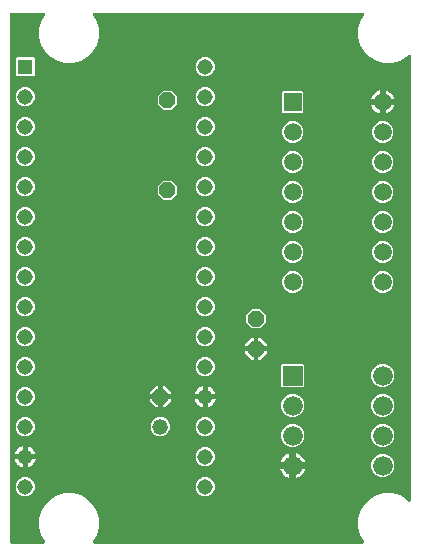
<source format=gbr>
G04 EAGLE Gerber X2 export*
G75*
%MOMM*%
%FSLAX34Y34*%
%LPD*%
%AMOC8*
5,1,8,0,0,1.08239X$1,22.5*%
G01*
%ADD10P,1.429621X8X112.500000*%
%ADD11C,1.320800*%
%ADD12P,1.429621X8X292.500000*%
%ADD13R,1.498600X1.498600*%
%ADD14C,1.498600*%
%ADD15R,1.676400X1.676400*%
%ADD16C,1.676400*%
%ADD17R,1.308000X1.308000*%
%ADD18C,1.308000*%

G36*
X38658Y10169D02*
X38658Y10169D01*
X38733Y10168D01*
X38830Y10189D01*
X38929Y10201D01*
X39000Y10226D01*
X39074Y10242D01*
X39163Y10285D01*
X39257Y10318D01*
X39321Y10359D01*
X39389Y10392D01*
X39466Y10453D01*
X39550Y10507D01*
X39602Y10562D01*
X39661Y10609D01*
X39723Y10686D01*
X39792Y10758D01*
X39831Y10823D01*
X39878Y10882D01*
X39920Y10972D01*
X39971Y11057D01*
X39994Y11129D01*
X40026Y11198D01*
X40047Y11295D01*
X40077Y11389D01*
X40083Y11464D01*
X40099Y11538D01*
X40097Y11638D01*
X40105Y11736D01*
X40094Y11811D01*
X40092Y11887D01*
X40068Y11983D01*
X40053Y12081D01*
X40025Y12151D01*
X40007Y12225D01*
X39942Y12361D01*
X39924Y12405D01*
X39914Y12420D01*
X39902Y12446D01*
X36794Y17828D01*
X35079Y24228D01*
X35079Y30852D01*
X36794Y37252D01*
X40106Y42989D01*
X44791Y47674D01*
X50528Y50986D01*
X56928Y52701D01*
X63552Y52701D01*
X69952Y50986D01*
X75689Y47674D01*
X80374Y42989D01*
X83686Y37252D01*
X85401Y30852D01*
X85401Y24228D01*
X83686Y17828D01*
X80578Y12446D01*
X80548Y12376D01*
X80509Y12311D01*
X80479Y12217D01*
X80440Y12126D01*
X80426Y12051D01*
X80403Y11979D01*
X80395Y11880D01*
X80377Y11783D01*
X80381Y11707D01*
X80375Y11632D01*
X80390Y11534D01*
X80395Y11435D01*
X80416Y11362D01*
X80427Y11287D01*
X80463Y11195D01*
X80491Y11100D01*
X80528Y11034D01*
X80556Y10963D01*
X80612Y10882D01*
X80660Y10795D01*
X80711Y10739D01*
X80755Y10677D01*
X80828Y10611D01*
X80895Y10537D01*
X80957Y10494D01*
X81013Y10444D01*
X81100Y10396D01*
X81182Y10339D01*
X81252Y10312D01*
X81318Y10275D01*
X81414Y10248D01*
X81506Y10212D01*
X81581Y10201D01*
X81654Y10180D01*
X81804Y10168D01*
X81851Y10161D01*
X81869Y10163D01*
X81898Y10161D01*
X308582Y10161D01*
X308658Y10169D01*
X308733Y10168D01*
X308830Y10189D01*
X308929Y10201D01*
X309000Y10226D01*
X309074Y10242D01*
X309163Y10285D01*
X309257Y10318D01*
X309321Y10359D01*
X309389Y10392D01*
X309466Y10453D01*
X309550Y10507D01*
X309602Y10562D01*
X309661Y10609D01*
X309723Y10686D01*
X309792Y10758D01*
X309831Y10823D01*
X309878Y10882D01*
X309920Y10972D01*
X309971Y11057D01*
X309994Y11129D01*
X310026Y11198D01*
X310047Y11295D01*
X310077Y11389D01*
X310083Y11464D01*
X310099Y11538D01*
X310097Y11638D01*
X310105Y11736D01*
X310094Y11811D01*
X310092Y11887D01*
X310068Y11983D01*
X310053Y12081D01*
X310025Y12151D01*
X310007Y12225D01*
X309942Y12361D01*
X309924Y12405D01*
X309914Y12420D01*
X309902Y12446D01*
X306794Y17828D01*
X305079Y24228D01*
X305079Y30852D01*
X306794Y37252D01*
X310106Y42989D01*
X314791Y47674D01*
X320528Y50986D01*
X326928Y52701D01*
X333552Y52701D01*
X339952Y50986D01*
X345689Y47674D01*
X347239Y46124D01*
X347318Y46061D01*
X347390Y45992D01*
X347454Y45953D01*
X347512Y45907D01*
X347603Y45864D01*
X347689Y45813D01*
X347760Y45790D01*
X347827Y45758D01*
X347925Y45737D01*
X348021Y45706D01*
X348095Y45700D01*
X348168Y45685D01*
X348268Y45687D01*
X348368Y45678D01*
X348442Y45690D01*
X348516Y45691D01*
X348613Y45715D01*
X348713Y45730D01*
X348782Y45758D01*
X348854Y45776D01*
X348943Y45822D01*
X349037Y45859D01*
X349098Y45901D01*
X349164Y45935D01*
X349240Y46001D01*
X349323Y46058D01*
X349373Y46113D01*
X349429Y46161D01*
X349489Y46242D01*
X349556Y46317D01*
X349592Y46382D01*
X349637Y46442D01*
X349676Y46534D01*
X349725Y46622D01*
X349745Y46693D01*
X349775Y46762D01*
X349792Y46860D01*
X349820Y46957D01*
X349828Y47057D01*
X349836Y47105D01*
X349834Y47140D01*
X349839Y47201D01*
X349839Y422799D01*
X349828Y422899D01*
X349826Y422999D01*
X349808Y423072D01*
X349799Y423145D01*
X349766Y423240D01*
X349741Y423337D01*
X349707Y423403D01*
X349682Y423473D01*
X349627Y423558D01*
X349581Y423647D01*
X349533Y423704D01*
X349493Y423766D01*
X349421Y423836D01*
X349356Y423913D01*
X349296Y423957D01*
X349242Y424008D01*
X349156Y424060D01*
X349075Y424120D01*
X349007Y424149D01*
X348943Y424187D01*
X348847Y424218D01*
X348755Y424258D01*
X348682Y424271D01*
X348611Y424294D01*
X348511Y424302D01*
X348412Y424319D01*
X348338Y424316D01*
X348264Y424322D01*
X348164Y424307D01*
X348064Y424301D01*
X347993Y424281D01*
X347919Y424270D01*
X347826Y424233D01*
X347729Y424205D01*
X347664Y424169D01*
X347595Y424141D01*
X347513Y424084D01*
X347425Y424035D01*
X347349Y423970D01*
X347309Y423942D01*
X347285Y423916D01*
X347239Y423876D01*
X345689Y422326D01*
X339952Y419014D01*
X333552Y417299D01*
X326928Y417299D01*
X320528Y419014D01*
X314791Y422326D01*
X310106Y427011D01*
X306794Y432748D01*
X305079Y439148D01*
X305079Y445772D01*
X306794Y452172D01*
X309902Y457554D01*
X309932Y457624D01*
X309971Y457689D01*
X310001Y457783D01*
X310040Y457874D01*
X310054Y457949D01*
X310077Y458021D01*
X310085Y458120D01*
X310103Y458217D01*
X310099Y458293D01*
X310105Y458368D01*
X310090Y458466D01*
X310085Y458565D01*
X310064Y458638D01*
X310053Y458713D01*
X310017Y458805D01*
X309989Y458900D01*
X309952Y458966D01*
X309924Y459037D01*
X309868Y459118D01*
X309820Y459205D01*
X309769Y459261D01*
X309725Y459323D01*
X309652Y459389D01*
X309585Y459463D01*
X309523Y459506D01*
X309467Y459556D01*
X309380Y459604D01*
X309298Y459661D01*
X309228Y459688D01*
X309162Y459725D01*
X309066Y459752D01*
X308974Y459788D01*
X308899Y459799D01*
X308826Y459820D01*
X308676Y459832D01*
X308629Y459839D01*
X308611Y459837D01*
X308582Y459839D01*
X81898Y459839D01*
X81822Y459831D01*
X81747Y459832D01*
X81650Y459811D01*
X81551Y459799D01*
X81480Y459774D01*
X81406Y459758D01*
X81317Y459715D01*
X81223Y459682D01*
X81159Y459641D01*
X81091Y459608D01*
X81014Y459547D01*
X80930Y459493D01*
X80878Y459438D01*
X80819Y459391D01*
X80757Y459314D01*
X80688Y459242D01*
X80649Y459177D01*
X80602Y459118D01*
X80560Y459028D01*
X80509Y458943D01*
X80486Y458871D01*
X80454Y458802D01*
X80433Y458705D01*
X80403Y458611D01*
X80397Y458536D01*
X80381Y458462D01*
X80383Y458362D01*
X80375Y458264D01*
X80386Y458189D01*
X80388Y458113D01*
X80412Y458017D01*
X80427Y457919D01*
X80455Y457849D01*
X80473Y457775D01*
X80538Y457639D01*
X80556Y457595D01*
X80566Y457580D01*
X80578Y457554D01*
X83686Y452172D01*
X85401Y445772D01*
X85401Y439148D01*
X83686Y432748D01*
X80374Y427011D01*
X75689Y422326D01*
X69952Y419014D01*
X63552Y417299D01*
X56928Y417299D01*
X50528Y419014D01*
X44791Y422326D01*
X40106Y427011D01*
X36794Y432748D01*
X35079Y439148D01*
X35079Y445772D01*
X36794Y452172D01*
X39902Y457554D01*
X39932Y457624D01*
X39971Y457689D01*
X40001Y457783D01*
X40040Y457874D01*
X40054Y457949D01*
X40077Y458021D01*
X40085Y458120D01*
X40103Y458217D01*
X40099Y458293D01*
X40105Y458368D01*
X40090Y458466D01*
X40085Y458565D01*
X40064Y458638D01*
X40053Y458713D01*
X40017Y458805D01*
X39989Y458900D01*
X39952Y458966D01*
X39924Y459037D01*
X39868Y459118D01*
X39820Y459205D01*
X39769Y459261D01*
X39725Y459323D01*
X39652Y459389D01*
X39585Y459463D01*
X39523Y459506D01*
X39467Y459556D01*
X39380Y459604D01*
X39298Y459661D01*
X39228Y459688D01*
X39162Y459725D01*
X39066Y459752D01*
X38974Y459788D01*
X38899Y459799D01*
X38826Y459820D01*
X38676Y459832D01*
X38629Y459839D01*
X38611Y459837D01*
X38582Y459839D01*
X11684Y459839D01*
X11658Y459836D01*
X11632Y459838D01*
X11485Y459816D01*
X11338Y459799D01*
X11313Y459791D01*
X11287Y459787D01*
X11149Y459732D01*
X11010Y459682D01*
X10988Y459668D01*
X10963Y459658D01*
X10842Y459573D01*
X10717Y459493D01*
X10699Y459474D01*
X10677Y459459D01*
X10578Y459349D01*
X10475Y459242D01*
X10461Y459220D01*
X10444Y459200D01*
X10372Y459070D01*
X10296Y458943D01*
X10288Y458918D01*
X10275Y458895D01*
X10235Y458752D01*
X10190Y458611D01*
X10188Y458585D01*
X10180Y458560D01*
X10161Y458316D01*
X10161Y11684D01*
X10164Y11658D01*
X10162Y11632D01*
X10184Y11485D01*
X10201Y11338D01*
X10209Y11313D01*
X10213Y11287D01*
X10268Y11149D01*
X10318Y11010D01*
X10332Y10988D01*
X10342Y10963D01*
X10427Y10842D01*
X10507Y10717D01*
X10526Y10699D01*
X10541Y10677D01*
X10651Y10578D01*
X10758Y10475D01*
X10780Y10461D01*
X10800Y10444D01*
X10930Y10372D01*
X11057Y10296D01*
X11082Y10288D01*
X11105Y10275D01*
X11248Y10235D01*
X11389Y10190D01*
X11415Y10188D01*
X11440Y10180D01*
X11684Y10161D01*
X38582Y10161D01*
X38658Y10169D01*
G37*
%LPC*%
G36*
X240386Y142653D02*
X240386Y142653D01*
X239493Y143546D01*
X239493Y161574D01*
X240386Y162467D01*
X258414Y162467D01*
X259307Y161574D01*
X259307Y143546D01*
X258414Y142653D01*
X240386Y142653D01*
G37*
%LPD*%
%LPC*%
G36*
X241275Y375190D02*
X241275Y375190D01*
X240382Y376083D01*
X240382Y392333D01*
X241275Y393226D01*
X257525Y393226D01*
X258418Y392333D01*
X258418Y376083D01*
X257525Y375190D01*
X241275Y375190D01*
G37*
%LPD*%
%LPC*%
G36*
X323629Y66453D02*
X323629Y66453D01*
X319988Y67961D01*
X317201Y70748D01*
X315693Y74389D01*
X315693Y78331D01*
X317201Y81972D01*
X319988Y84759D01*
X323629Y86267D01*
X327571Y86267D01*
X331212Y84759D01*
X333999Y81972D01*
X335507Y78331D01*
X335507Y74389D01*
X333999Y70748D01*
X331212Y67961D01*
X327571Y66453D01*
X323629Y66453D01*
G37*
%LPD*%
%LPC*%
G36*
X247429Y91853D02*
X247429Y91853D01*
X243788Y93361D01*
X241001Y96148D01*
X239493Y99789D01*
X239493Y103731D01*
X241001Y107372D01*
X243788Y110159D01*
X247429Y111667D01*
X251371Y111667D01*
X255012Y110159D01*
X257799Y107372D01*
X259307Y103731D01*
X259307Y99789D01*
X257799Y96148D01*
X255012Y93361D01*
X251371Y91853D01*
X247429Y91853D01*
G37*
%LPD*%
%LPC*%
G36*
X323629Y142653D02*
X323629Y142653D01*
X319988Y144161D01*
X317201Y146948D01*
X315693Y150589D01*
X315693Y154531D01*
X317201Y158172D01*
X319988Y160959D01*
X323629Y162467D01*
X327571Y162467D01*
X331212Y160959D01*
X333999Y158172D01*
X335507Y154531D01*
X335507Y150589D01*
X333999Y146948D01*
X331212Y144161D01*
X327571Y142653D01*
X323629Y142653D01*
G37*
%LPD*%
%LPC*%
G36*
X323629Y91853D02*
X323629Y91853D01*
X319988Y93361D01*
X317201Y96148D01*
X315693Y99789D01*
X315693Y103731D01*
X317201Y107372D01*
X319988Y110159D01*
X323629Y111667D01*
X327571Y111667D01*
X331212Y110159D01*
X333999Y107372D01*
X335507Y103731D01*
X335507Y99789D01*
X333999Y96148D01*
X331212Y93361D01*
X327571Y91853D01*
X323629Y91853D01*
G37*
%LPD*%
%LPC*%
G36*
X247429Y117253D02*
X247429Y117253D01*
X243788Y118761D01*
X241001Y121548D01*
X239493Y125189D01*
X239493Y129131D01*
X241001Y132772D01*
X243788Y135559D01*
X247429Y137067D01*
X251371Y137067D01*
X255012Y135559D01*
X257799Y132772D01*
X259307Y129131D01*
X259307Y125189D01*
X257799Y121548D01*
X255012Y118761D01*
X251371Y117253D01*
X247429Y117253D01*
G37*
%LPD*%
%LPC*%
G36*
X323629Y117253D02*
X323629Y117253D01*
X319988Y118761D01*
X317201Y121548D01*
X315693Y125189D01*
X315693Y129131D01*
X317201Y132772D01*
X319988Y135559D01*
X323629Y137067D01*
X327571Y137067D01*
X331212Y135559D01*
X333999Y132772D01*
X335507Y129131D01*
X335507Y125189D01*
X333999Y121548D01*
X331212Y118761D01*
X327571Y117253D01*
X323629Y117253D01*
G37*
%LPD*%
%LPC*%
G36*
X323806Y298990D02*
X323806Y298990D01*
X320492Y300363D01*
X317955Y302900D01*
X316582Y306214D01*
X316582Y309802D01*
X317955Y313116D01*
X320492Y315653D01*
X323806Y317026D01*
X327394Y317026D01*
X330708Y315653D01*
X333245Y313116D01*
X334618Y309802D01*
X334618Y306214D01*
X333245Y302900D01*
X330708Y300363D01*
X327394Y298990D01*
X323806Y298990D01*
G37*
%LPD*%
%LPC*%
G36*
X247606Y298990D02*
X247606Y298990D01*
X244292Y300363D01*
X241755Y302900D01*
X240382Y306214D01*
X240382Y309802D01*
X241755Y313116D01*
X244292Y315653D01*
X247606Y317026D01*
X251194Y317026D01*
X254508Y315653D01*
X257045Y313116D01*
X258418Y309802D01*
X258418Y306214D01*
X257045Y302900D01*
X254508Y300363D01*
X251194Y298990D01*
X247606Y298990D01*
G37*
%LPD*%
%LPC*%
G36*
X323806Y273590D02*
X323806Y273590D01*
X320492Y274963D01*
X317955Y277500D01*
X316582Y280814D01*
X316582Y284402D01*
X317955Y287716D01*
X320492Y290253D01*
X323806Y291626D01*
X327394Y291626D01*
X330708Y290253D01*
X333245Y287716D01*
X334618Y284402D01*
X334618Y280814D01*
X333245Y277500D01*
X330708Y274963D01*
X327394Y273590D01*
X323806Y273590D01*
G37*
%LPD*%
%LPC*%
G36*
X247606Y273590D02*
X247606Y273590D01*
X244292Y274963D01*
X241755Y277500D01*
X240382Y280814D01*
X240382Y284402D01*
X241755Y287716D01*
X244292Y290253D01*
X247606Y291626D01*
X251194Y291626D01*
X254508Y290253D01*
X257045Y287716D01*
X258418Y284402D01*
X258418Y280814D01*
X257045Y277500D01*
X254508Y274963D01*
X251194Y273590D01*
X247606Y273590D01*
G37*
%LPD*%
%LPC*%
G36*
X247606Y324390D02*
X247606Y324390D01*
X244292Y325763D01*
X241755Y328300D01*
X240382Y331614D01*
X240382Y335202D01*
X241755Y338516D01*
X244292Y341053D01*
X247606Y342426D01*
X251194Y342426D01*
X254508Y341053D01*
X257045Y338516D01*
X258418Y335202D01*
X258418Y331614D01*
X257045Y328300D01*
X254508Y325763D01*
X251194Y324390D01*
X247606Y324390D01*
G37*
%LPD*%
%LPC*%
G36*
X323806Y248190D02*
X323806Y248190D01*
X320492Y249563D01*
X317955Y252100D01*
X316582Y255414D01*
X316582Y259002D01*
X317955Y262316D01*
X320492Y264853D01*
X323806Y266226D01*
X327394Y266226D01*
X330708Y264853D01*
X333245Y262316D01*
X334618Y259002D01*
X334618Y255414D01*
X333245Y252100D01*
X330708Y249563D01*
X327394Y248190D01*
X323806Y248190D01*
G37*
%LPD*%
%LPC*%
G36*
X323806Y349790D02*
X323806Y349790D01*
X320492Y351163D01*
X317955Y353700D01*
X316582Y357014D01*
X316582Y360602D01*
X317955Y363916D01*
X320492Y366453D01*
X323806Y367826D01*
X327394Y367826D01*
X330708Y366453D01*
X333245Y363916D01*
X334618Y360602D01*
X334618Y357014D01*
X333245Y353700D01*
X330708Y351163D01*
X327394Y349790D01*
X323806Y349790D01*
G37*
%LPD*%
%LPC*%
G36*
X247606Y349790D02*
X247606Y349790D01*
X244292Y351163D01*
X241755Y353700D01*
X240382Y357014D01*
X240382Y360602D01*
X241755Y363916D01*
X244292Y366453D01*
X247606Y367826D01*
X251194Y367826D01*
X254508Y366453D01*
X257045Y363916D01*
X258418Y360602D01*
X258418Y357014D01*
X257045Y353700D01*
X254508Y351163D01*
X251194Y349790D01*
X247606Y349790D01*
G37*
%LPD*%
%LPC*%
G36*
X247606Y248190D02*
X247606Y248190D01*
X244292Y249563D01*
X241755Y252100D01*
X240382Y255414D01*
X240382Y259002D01*
X241755Y262316D01*
X244292Y264853D01*
X247606Y266226D01*
X251194Y266226D01*
X254508Y264853D01*
X257045Y262316D01*
X258418Y259002D01*
X258418Y255414D01*
X257045Y252100D01*
X254508Y249563D01*
X251194Y248190D01*
X247606Y248190D01*
G37*
%LPD*%
%LPC*%
G36*
X323806Y324390D02*
X323806Y324390D01*
X320492Y325763D01*
X317955Y328300D01*
X316582Y331614D01*
X316582Y335202D01*
X317955Y338516D01*
X320492Y341053D01*
X323806Y342426D01*
X327394Y342426D01*
X330708Y341053D01*
X333245Y338516D01*
X334618Y335202D01*
X334618Y331614D01*
X333245Y328300D01*
X330708Y325763D01*
X327394Y324390D01*
X323806Y324390D01*
G37*
%LPD*%
%LPC*%
G36*
X323806Y222790D02*
X323806Y222790D01*
X320492Y224163D01*
X317955Y226700D01*
X316582Y230014D01*
X316582Y233602D01*
X317955Y236916D01*
X320492Y239453D01*
X323806Y240826D01*
X327394Y240826D01*
X330708Y239453D01*
X333245Y236916D01*
X334618Y233602D01*
X334618Y230014D01*
X333245Y226700D01*
X330708Y224163D01*
X327394Y222790D01*
X323806Y222790D01*
G37*
%LPD*%
%LPC*%
G36*
X247606Y222790D02*
X247606Y222790D01*
X244292Y224163D01*
X241755Y226700D01*
X240382Y230014D01*
X240382Y233602D01*
X241755Y236916D01*
X244292Y239453D01*
X247606Y240826D01*
X251194Y240826D01*
X254508Y239453D01*
X257045Y236916D01*
X258418Y233602D01*
X258418Y230014D01*
X257045Y226700D01*
X254508Y224163D01*
X251194Y222790D01*
X247606Y222790D01*
G37*
%LPD*%
%LPC*%
G36*
X15928Y406035D02*
X15928Y406035D01*
X15035Y406928D01*
X15035Y421272D01*
X15928Y422165D01*
X30272Y422165D01*
X31165Y421272D01*
X31165Y406928D01*
X30272Y406035D01*
X15928Y406035D01*
G37*
%LPD*%
%LPC*%
G36*
X140049Y301403D02*
X140049Y301403D01*
X135287Y306165D01*
X135287Y312899D01*
X140049Y317661D01*
X146783Y317661D01*
X151545Y312899D01*
X151545Y306165D01*
X146783Y301403D01*
X140049Y301403D01*
G37*
%LPD*%
%LPC*%
G36*
X215073Y192531D02*
X215073Y192531D01*
X210311Y197293D01*
X210311Y204027D01*
X215073Y208789D01*
X221807Y208789D01*
X226569Y204027D01*
X226569Y197293D01*
X221807Y192531D01*
X215073Y192531D01*
G37*
%LPD*%
%LPC*%
G36*
X140049Y377603D02*
X140049Y377603D01*
X135287Y382365D01*
X135287Y389099D01*
X140049Y393861D01*
X146783Y393861D01*
X151545Y389099D01*
X151545Y382365D01*
X146783Y377603D01*
X140049Y377603D01*
G37*
%LPD*%
%LPC*%
G36*
X135783Y101171D02*
X135783Y101171D01*
X132795Y102409D01*
X130509Y104695D01*
X129271Y107683D01*
X129271Y110917D01*
X130509Y113905D01*
X132795Y116191D01*
X135783Y117429D01*
X139017Y117429D01*
X142005Y116191D01*
X144291Y113905D01*
X145529Y110917D01*
X145529Y107683D01*
X144291Y104695D01*
X142005Y102409D01*
X139017Y101171D01*
X135783Y101171D01*
G37*
%LPD*%
%LPC*%
G36*
X173896Y406035D02*
X173896Y406035D01*
X170932Y407263D01*
X168663Y409532D01*
X167435Y412496D01*
X167435Y415704D01*
X168663Y418668D01*
X170932Y420937D01*
X173896Y422165D01*
X177104Y422165D01*
X180068Y420937D01*
X182337Y418668D01*
X183565Y415704D01*
X183565Y412496D01*
X182337Y409532D01*
X180068Y407263D01*
X177104Y406035D01*
X173896Y406035D01*
G37*
%LPD*%
%LPC*%
G36*
X173896Y380635D02*
X173896Y380635D01*
X170932Y381863D01*
X168663Y384132D01*
X167435Y387096D01*
X167435Y390304D01*
X168663Y393268D01*
X170932Y395537D01*
X173896Y396765D01*
X177104Y396765D01*
X180068Y395537D01*
X182337Y393268D01*
X183565Y390304D01*
X183565Y387096D01*
X182337Y384132D01*
X180068Y381863D01*
X177104Y380635D01*
X173896Y380635D01*
G37*
%LPD*%
%LPC*%
G36*
X21496Y380635D02*
X21496Y380635D01*
X18532Y381863D01*
X16263Y384132D01*
X15035Y387096D01*
X15035Y390304D01*
X16263Y393268D01*
X18532Y395537D01*
X21496Y396765D01*
X24704Y396765D01*
X27668Y395537D01*
X29937Y393268D01*
X31165Y390304D01*
X31165Y387096D01*
X29937Y384132D01*
X27668Y381863D01*
X24704Y380635D01*
X21496Y380635D01*
G37*
%LPD*%
%LPC*%
G36*
X173896Y202835D02*
X173896Y202835D01*
X170932Y204063D01*
X168663Y206332D01*
X167435Y209296D01*
X167435Y212504D01*
X168663Y215468D01*
X170932Y217737D01*
X173896Y218965D01*
X177104Y218965D01*
X180068Y217737D01*
X182337Y215468D01*
X183565Y212504D01*
X183565Y209296D01*
X182337Y206332D01*
X180068Y204063D01*
X177104Y202835D01*
X173896Y202835D01*
G37*
%LPD*%
%LPC*%
G36*
X21496Y228235D02*
X21496Y228235D01*
X18532Y229463D01*
X16263Y231732D01*
X15035Y234696D01*
X15035Y237904D01*
X16263Y240868D01*
X18532Y243137D01*
X21496Y244365D01*
X24704Y244365D01*
X27668Y243137D01*
X29937Y240868D01*
X31165Y237904D01*
X31165Y234696D01*
X29937Y231732D01*
X27668Y229463D01*
X24704Y228235D01*
X21496Y228235D01*
G37*
%LPD*%
%LPC*%
G36*
X173896Y75835D02*
X173896Y75835D01*
X170932Y77063D01*
X168663Y79332D01*
X167435Y82296D01*
X167435Y85504D01*
X168663Y88468D01*
X170932Y90737D01*
X173896Y91965D01*
X177104Y91965D01*
X180068Y90737D01*
X182337Y88468D01*
X183565Y85504D01*
X183565Y82296D01*
X182337Y79332D01*
X180068Y77063D01*
X177104Y75835D01*
X173896Y75835D01*
G37*
%LPD*%
%LPC*%
G36*
X173896Y355235D02*
X173896Y355235D01*
X170932Y356463D01*
X168663Y358732D01*
X167435Y361696D01*
X167435Y364904D01*
X168663Y367868D01*
X170932Y370137D01*
X173896Y371365D01*
X177104Y371365D01*
X180068Y370137D01*
X182337Y367868D01*
X183565Y364904D01*
X183565Y361696D01*
X182337Y358732D01*
X180068Y356463D01*
X177104Y355235D01*
X173896Y355235D01*
G37*
%LPD*%
%LPC*%
G36*
X21496Y355235D02*
X21496Y355235D01*
X18532Y356463D01*
X16263Y358732D01*
X15035Y361696D01*
X15035Y364904D01*
X16263Y367868D01*
X18532Y370137D01*
X21496Y371365D01*
X24704Y371365D01*
X27668Y370137D01*
X29937Y367868D01*
X31165Y364904D01*
X31165Y361696D01*
X29937Y358732D01*
X27668Y356463D01*
X24704Y355235D01*
X21496Y355235D01*
G37*
%LPD*%
%LPC*%
G36*
X173896Y329835D02*
X173896Y329835D01*
X170932Y331063D01*
X168663Y333332D01*
X167435Y336296D01*
X167435Y339504D01*
X168663Y342468D01*
X170932Y344737D01*
X173896Y345965D01*
X177104Y345965D01*
X180068Y344737D01*
X182337Y342468D01*
X183565Y339504D01*
X183565Y336296D01*
X182337Y333332D01*
X180068Y331063D01*
X177104Y329835D01*
X173896Y329835D01*
G37*
%LPD*%
%LPC*%
G36*
X21496Y329835D02*
X21496Y329835D01*
X18532Y331063D01*
X16263Y333332D01*
X15035Y336296D01*
X15035Y339504D01*
X16263Y342468D01*
X18532Y344737D01*
X21496Y345965D01*
X24704Y345965D01*
X27668Y344737D01*
X29937Y342468D01*
X31165Y339504D01*
X31165Y336296D01*
X29937Y333332D01*
X27668Y331063D01*
X24704Y329835D01*
X21496Y329835D01*
G37*
%LPD*%
%LPC*%
G36*
X173896Y101235D02*
X173896Y101235D01*
X170932Y102463D01*
X168663Y104732D01*
X167435Y107696D01*
X167435Y110904D01*
X168663Y113868D01*
X170932Y116137D01*
X173896Y117365D01*
X177104Y117365D01*
X180068Y116137D01*
X182337Y113868D01*
X183565Y110904D01*
X183565Y107696D01*
X182337Y104732D01*
X180068Y102463D01*
X177104Y101235D01*
X173896Y101235D01*
G37*
%LPD*%
%LPC*%
G36*
X173896Y304435D02*
X173896Y304435D01*
X170932Y305663D01*
X168663Y307932D01*
X167435Y310896D01*
X167435Y314104D01*
X168663Y317068D01*
X170932Y319337D01*
X173896Y320565D01*
X177104Y320565D01*
X180068Y319337D01*
X182337Y317068D01*
X183565Y314104D01*
X183565Y310896D01*
X182337Y307932D01*
X180068Y305663D01*
X177104Y304435D01*
X173896Y304435D01*
G37*
%LPD*%
%LPC*%
G36*
X21496Y304435D02*
X21496Y304435D01*
X18532Y305663D01*
X16263Y307932D01*
X15035Y310896D01*
X15035Y314104D01*
X16263Y317068D01*
X18532Y319337D01*
X21496Y320565D01*
X24704Y320565D01*
X27668Y319337D01*
X29937Y317068D01*
X31165Y314104D01*
X31165Y310896D01*
X29937Y307932D01*
X27668Y305663D01*
X24704Y304435D01*
X21496Y304435D01*
G37*
%LPD*%
%LPC*%
G36*
X173896Y279035D02*
X173896Y279035D01*
X170932Y280263D01*
X168663Y282532D01*
X167435Y285496D01*
X167435Y288704D01*
X168663Y291668D01*
X170932Y293937D01*
X173896Y295165D01*
X177104Y295165D01*
X180068Y293937D01*
X182337Y291668D01*
X183565Y288704D01*
X183565Y285496D01*
X182337Y282532D01*
X180068Y280263D01*
X177104Y279035D01*
X173896Y279035D01*
G37*
%LPD*%
%LPC*%
G36*
X173896Y177435D02*
X173896Y177435D01*
X170932Y178663D01*
X168663Y180932D01*
X167435Y183896D01*
X167435Y187104D01*
X168663Y190068D01*
X170932Y192337D01*
X173896Y193565D01*
X177104Y193565D01*
X180068Y192337D01*
X182337Y190068D01*
X183565Y187104D01*
X183565Y183896D01*
X182337Y180932D01*
X180068Y178663D01*
X177104Y177435D01*
X173896Y177435D01*
G37*
%LPD*%
%LPC*%
G36*
X21496Y177435D02*
X21496Y177435D01*
X18532Y178663D01*
X16263Y180932D01*
X15035Y183896D01*
X15035Y187104D01*
X16263Y190068D01*
X18532Y192337D01*
X21496Y193565D01*
X24704Y193565D01*
X27668Y192337D01*
X29937Y190068D01*
X31165Y187104D01*
X31165Y183896D01*
X29937Y180932D01*
X27668Y178663D01*
X24704Y177435D01*
X21496Y177435D01*
G37*
%LPD*%
%LPC*%
G36*
X21496Y101235D02*
X21496Y101235D01*
X18532Y102463D01*
X16263Y104732D01*
X15035Y107696D01*
X15035Y110904D01*
X16263Y113868D01*
X18532Y116137D01*
X21496Y117365D01*
X24704Y117365D01*
X27668Y116137D01*
X29937Y113868D01*
X31165Y110904D01*
X31165Y107696D01*
X29937Y104732D01*
X27668Y102463D01*
X24704Y101235D01*
X21496Y101235D01*
G37*
%LPD*%
%LPC*%
G36*
X173896Y228235D02*
X173896Y228235D01*
X170932Y229463D01*
X168663Y231732D01*
X167435Y234696D01*
X167435Y237904D01*
X168663Y240868D01*
X170932Y243137D01*
X173896Y244365D01*
X177104Y244365D01*
X180068Y243137D01*
X182337Y240868D01*
X183565Y237904D01*
X183565Y234696D01*
X182337Y231732D01*
X180068Y229463D01*
X177104Y228235D01*
X173896Y228235D01*
G37*
%LPD*%
%LPC*%
G36*
X173896Y253635D02*
X173896Y253635D01*
X170932Y254863D01*
X168663Y257132D01*
X167435Y260096D01*
X167435Y263304D01*
X168663Y266268D01*
X170932Y268537D01*
X173896Y269765D01*
X177104Y269765D01*
X180068Y268537D01*
X182337Y266268D01*
X183565Y263304D01*
X183565Y260096D01*
X182337Y257132D01*
X180068Y254863D01*
X177104Y253635D01*
X173896Y253635D01*
G37*
%LPD*%
%LPC*%
G36*
X21496Y50435D02*
X21496Y50435D01*
X18532Y51663D01*
X16263Y53932D01*
X15035Y56896D01*
X15035Y60104D01*
X16263Y63068D01*
X18532Y65337D01*
X21496Y66565D01*
X24704Y66565D01*
X27668Y65337D01*
X29937Y63068D01*
X31165Y60104D01*
X31165Y56896D01*
X29937Y53932D01*
X27668Y51663D01*
X24704Y50435D01*
X21496Y50435D01*
G37*
%LPD*%
%LPC*%
G36*
X173896Y152035D02*
X173896Y152035D01*
X170932Y153263D01*
X168663Y155532D01*
X167435Y158496D01*
X167435Y161704D01*
X168663Y164668D01*
X170932Y166937D01*
X173896Y168165D01*
X177104Y168165D01*
X180068Y166937D01*
X182337Y164668D01*
X183565Y161704D01*
X183565Y158496D01*
X182337Y155532D01*
X180068Y153263D01*
X177104Y152035D01*
X173896Y152035D01*
G37*
%LPD*%
%LPC*%
G36*
X21496Y152035D02*
X21496Y152035D01*
X18532Y153263D01*
X16263Y155532D01*
X15035Y158496D01*
X15035Y161704D01*
X16263Y164668D01*
X18532Y166937D01*
X21496Y168165D01*
X24704Y168165D01*
X27668Y166937D01*
X29937Y164668D01*
X31165Y161704D01*
X31165Y158496D01*
X29937Y155532D01*
X27668Y153263D01*
X24704Y152035D01*
X21496Y152035D01*
G37*
%LPD*%
%LPC*%
G36*
X21496Y253635D02*
X21496Y253635D01*
X18532Y254863D01*
X16263Y257132D01*
X15035Y260096D01*
X15035Y263304D01*
X16263Y266268D01*
X18532Y268537D01*
X21496Y269765D01*
X24704Y269765D01*
X27668Y268537D01*
X29937Y266268D01*
X31165Y263304D01*
X31165Y260096D01*
X29937Y257132D01*
X27668Y254863D01*
X24704Y253635D01*
X21496Y253635D01*
G37*
%LPD*%
%LPC*%
G36*
X21496Y202835D02*
X21496Y202835D01*
X18532Y204063D01*
X16263Y206332D01*
X15035Y209296D01*
X15035Y212504D01*
X16263Y215468D01*
X18532Y217737D01*
X21496Y218965D01*
X24704Y218965D01*
X27668Y217737D01*
X29937Y215468D01*
X31165Y212504D01*
X31165Y209296D01*
X29937Y206332D01*
X27668Y204063D01*
X24704Y202835D01*
X21496Y202835D01*
G37*
%LPD*%
%LPC*%
G36*
X173896Y50435D02*
X173896Y50435D01*
X170932Y51663D01*
X168663Y53932D01*
X167435Y56896D01*
X167435Y60104D01*
X168663Y63068D01*
X170932Y65337D01*
X173896Y66565D01*
X177104Y66565D01*
X180068Y65337D01*
X182337Y63068D01*
X183565Y60104D01*
X183565Y56896D01*
X182337Y53932D01*
X180068Y51663D01*
X177104Y50435D01*
X173896Y50435D01*
G37*
%LPD*%
%LPC*%
G36*
X21496Y279035D02*
X21496Y279035D01*
X18532Y280263D01*
X16263Y282532D01*
X15035Y285496D01*
X15035Y288704D01*
X16263Y291668D01*
X18532Y293937D01*
X21496Y295165D01*
X24704Y295165D01*
X27668Y293937D01*
X29937Y291668D01*
X31165Y288704D01*
X31165Y285496D01*
X29937Y282532D01*
X27668Y280263D01*
X24704Y279035D01*
X21496Y279035D01*
G37*
%LPD*%
%LPC*%
G36*
X21496Y126635D02*
X21496Y126635D01*
X18532Y127863D01*
X16263Y130132D01*
X15035Y133096D01*
X15035Y136304D01*
X16263Y139268D01*
X18532Y141537D01*
X21496Y142765D01*
X24704Y142765D01*
X27668Y141537D01*
X29937Y139268D01*
X31165Y136304D01*
X31165Y133096D01*
X29937Y130132D01*
X27668Y127863D01*
X24704Y126635D01*
X21496Y126635D01*
G37*
%LPD*%
%LPC*%
G36*
X252193Y79153D02*
X252193Y79153D01*
X252193Y86937D01*
X253593Y86482D01*
X255125Y85702D01*
X256516Y84691D01*
X257731Y83476D01*
X258742Y82085D01*
X259522Y80553D01*
X259977Y79153D01*
X252193Y79153D01*
G37*
%LPD*%
%LPC*%
G36*
X238823Y79153D02*
X238823Y79153D01*
X239278Y80553D01*
X240058Y82085D01*
X241069Y83476D01*
X242284Y84691D01*
X243675Y85702D01*
X245207Y86482D01*
X246607Y86937D01*
X246607Y79153D01*
X238823Y79153D01*
G37*
%LPD*%
%LPC*%
G36*
X252193Y73567D02*
X252193Y73567D01*
X259977Y73567D01*
X259522Y72167D01*
X258742Y70635D01*
X257731Y69244D01*
X256516Y68029D01*
X255125Y67018D01*
X253593Y66238D01*
X252193Y65783D01*
X252193Y73567D01*
G37*
%LPD*%
%LPC*%
G36*
X245207Y66238D02*
X245207Y66238D01*
X243675Y67018D01*
X242284Y68029D01*
X241069Y69244D01*
X240058Y70635D01*
X239278Y72167D01*
X238823Y73567D01*
X246607Y73567D01*
X246607Y65783D01*
X245207Y66238D01*
G37*
%LPD*%
%LPC*%
G36*
X220471Y177291D02*
X220471Y177291D01*
X220471Y184405D01*
X222228Y184405D01*
X227585Y179048D01*
X227585Y177291D01*
X220471Y177291D01*
G37*
%LPD*%
%LPC*%
G36*
X139431Y136731D02*
X139431Y136731D01*
X139431Y143845D01*
X141188Y143845D01*
X146545Y138488D01*
X146545Y136731D01*
X139431Y136731D01*
G37*
%LPD*%
%LPC*%
G36*
X220471Y173229D02*
X220471Y173229D01*
X227585Y173229D01*
X227585Y171472D01*
X222228Y166115D01*
X220471Y166115D01*
X220471Y173229D01*
G37*
%LPD*%
%LPC*%
G36*
X139431Y132669D02*
X139431Y132669D01*
X146545Y132669D01*
X146545Y130912D01*
X141188Y125555D01*
X139431Y125555D01*
X139431Y132669D01*
G37*
%LPD*%
%LPC*%
G36*
X209295Y177291D02*
X209295Y177291D01*
X209295Y179048D01*
X214652Y184405D01*
X216409Y184405D01*
X216409Y177291D01*
X209295Y177291D01*
G37*
%LPD*%
%LPC*%
G36*
X128255Y136731D02*
X128255Y136731D01*
X128255Y138488D01*
X133612Y143845D01*
X135369Y143845D01*
X135369Y136731D01*
X128255Y136731D01*
G37*
%LPD*%
%LPC*%
G36*
X214652Y166115D02*
X214652Y166115D01*
X209295Y171472D01*
X209295Y173229D01*
X216409Y173229D01*
X216409Y166115D01*
X214652Y166115D01*
G37*
%LPD*%
%LPC*%
G36*
X133612Y125555D02*
X133612Y125555D01*
X128255Y130912D01*
X128255Y132669D01*
X135369Y132669D01*
X135369Y125555D01*
X133612Y125555D01*
G37*
%LPD*%
%LPC*%
G36*
X328076Y386684D02*
X328076Y386684D01*
X328076Y393954D01*
X329452Y393507D01*
X330859Y392790D01*
X332137Y391861D01*
X333253Y390745D01*
X334182Y389467D01*
X334899Y388060D01*
X335346Y386684D01*
X328076Y386684D01*
G37*
%LPD*%
%LPC*%
G36*
X315854Y386684D02*
X315854Y386684D01*
X316301Y388060D01*
X317018Y389467D01*
X317947Y390745D01*
X319063Y391861D01*
X320341Y392790D01*
X321748Y393507D01*
X323124Y393954D01*
X323124Y386684D01*
X315854Y386684D01*
G37*
%LPD*%
%LPC*%
G36*
X328076Y381732D02*
X328076Y381732D01*
X335346Y381732D01*
X334899Y380356D01*
X334182Y378949D01*
X333253Y377671D01*
X332137Y376555D01*
X330859Y375626D01*
X329452Y374909D01*
X328076Y374462D01*
X328076Y381732D01*
G37*
%LPD*%
%LPC*%
G36*
X321748Y374909D02*
X321748Y374909D01*
X320341Y375626D01*
X319063Y376555D01*
X317947Y377671D01*
X317018Y378949D01*
X316301Y380356D01*
X315854Y381732D01*
X323124Y381732D01*
X323124Y374462D01*
X321748Y374909D01*
G37*
%LPD*%
%LPC*%
G36*
X25099Y85899D02*
X25099Y85899D01*
X25099Y92777D01*
X25226Y92757D01*
X26586Y92315D01*
X27859Y91667D01*
X29016Y90826D01*
X30026Y89816D01*
X30867Y88659D01*
X31515Y87386D01*
X31957Y86026D01*
X31977Y85899D01*
X25099Y85899D01*
G37*
%LPD*%
%LPC*%
G36*
X177499Y136699D02*
X177499Y136699D01*
X177499Y143577D01*
X177626Y143557D01*
X178986Y143115D01*
X180259Y142467D01*
X181416Y141626D01*
X182426Y140616D01*
X183267Y139459D01*
X183915Y138186D01*
X184357Y136826D01*
X184377Y136699D01*
X177499Y136699D01*
G37*
%LPD*%
%LPC*%
G36*
X166623Y136699D02*
X166623Y136699D01*
X166643Y136826D01*
X167085Y138186D01*
X167733Y139459D01*
X168574Y140616D01*
X169584Y141626D01*
X170741Y142467D01*
X172014Y143115D01*
X173374Y143557D01*
X173501Y143577D01*
X173501Y136699D01*
X166623Y136699D01*
G37*
%LPD*%
%LPC*%
G36*
X14223Y85899D02*
X14223Y85899D01*
X14243Y86026D01*
X14685Y87386D01*
X15333Y88659D01*
X16174Y89816D01*
X17184Y90826D01*
X18341Y91667D01*
X19614Y92315D01*
X20974Y92757D01*
X21101Y92777D01*
X21101Y85899D01*
X14223Y85899D01*
G37*
%LPD*%
%LPC*%
G36*
X25099Y81901D02*
X25099Y81901D01*
X31977Y81901D01*
X31957Y81774D01*
X31515Y80414D01*
X30867Y79141D01*
X30026Y77984D01*
X29016Y76974D01*
X27859Y76133D01*
X26586Y75485D01*
X25226Y75043D01*
X25099Y75023D01*
X25099Y81901D01*
G37*
%LPD*%
%LPC*%
G36*
X177499Y132701D02*
X177499Y132701D01*
X184377Y132701D01*
X184357Y132574D01*
X183915Y131214D01*
X183267Y129941D01*
X182426Y128784D01*
X181416Y127774D01*
X180259Y126933D01*
X178986Y126285D01*
X177626Y125843D01*
X177499Y125823D01*
X177499Y132701D01*
G37*
%LPD*%
%LPC*%
G36*
X173374Y125843D02*
X173374Y125843D01*
X172014Y126285D01*
X170741Y126933D01*
X169584Y127774D01*
X168574Y128784D01*
X167733Y129941D01*
X167085Y131214D01*
X166643Y132574D01*
X166623Y132701D01*
X173501Y132701D01*
X173501Y125823D01*
X173374Y125843D01*
G37*
%LPD*%
%LPC*%
G36*
X20974Y75043D02*
X20974Y75043D01*
X19614Y75485D01*
X18341Y76133D01*
X17184Y76974D01*
X16174Y77984D01*
X15333Y79141D01*
X14685Y80414D01*
X14243Y81774D01*
X14223Y81901D01*
X21101Y81901D01*
X21101Y75023D01*
X20974Y75043D01*
G37*
%LPD*%
D10*
X137400Y134700D03*
D11*
X137400Y109300D03*
D12*
X218440Y200660D03*
X218440Y175260D03*
X143416Y385732D03*
X143416Y309532D03*
D13*
X249400Y384208D03*
D14*
X249400Y358808D03*
X249400Y333408D03*
X249400Y308008D03*
X249400Y282608D03*
X249400Y257208D03*
X249400Y231808D03*
X325600Y231808D03*
X325600Y257208D03*
X325600Y282608D03*
X325600Y308008D03*
X325600Y333408D03*
X325600Y358808D03*
X325600Y384208D03*
D15*
X249400Y152560D03*
D16*
X249400Y127160D03*
X249400Y101760D03*
X249400Y76360D03*
X325600Y76360D03*
X325600Y101760D03*
X325600Y127160D03*
X325600Y152560D03*
D17*
X23100Y414100D03*
D18*
X23100Y388700D03*
X23100Y363300D03*
X23100Y337900D03*
X23100Y312500D03*
X23100Y287100D03*
X23100Y261700D03*
X23100Y236300D03*
X23100Y210900D03*
X23100Y185500D03*
X23100Y160100D03*
X23100Y134700D03*
X23100Y109300D03*
X23100Y83900D03*
X23100Y58500D03*
X175500Y58500D03*
X175500Y83900D03*
X175500Y109300D03*
X175500Y134700D03*
X175500Y160100D03*
X175500Y185500D03*
X175500Y210900D03*
X175500Y236300D03*
X175500Y261700D03*
X175500Y287100D03*
X175500Y312500D03*
X175500Y337900D03*
X175500Y363300D03*
X175500Y388700D03*
X175500Y414100D03*
M02*

</source>
